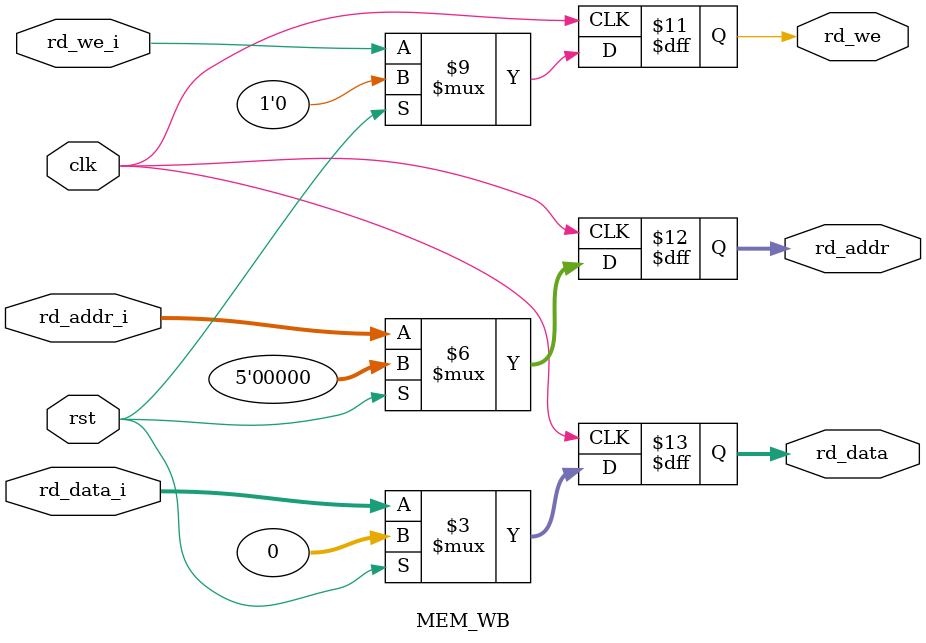
<source format=v>
`timescale 1ns/1ps
module MEM_WB(
    input wire clk,
    input wire rst,

    input wire rd_we_i,
    input wire [4:0] rd_addr_i,
    input wire [31:0] rd_data_i,

    output reg rd_we,
    output reg [4:0] rd_addr,
    output reg [31:0] rd_data
);
    always @(posedge clk) begin
        if(rst)begin
            rd_we <= 1'b0;
            rd_addr <= 5'b0;
            rd_data <= 32'b0;
        end else begin
            rd_we <= rd_we_i;
            rd_addr <= rd_addr_i;
            rd_data <= rd_data_i;
        end
    end
endmodule
</source>
